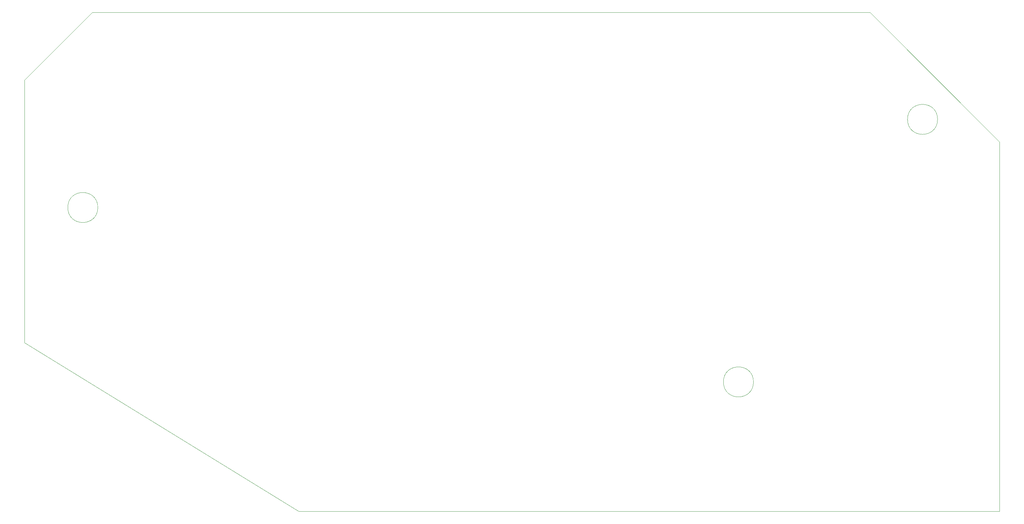
<source format=gbr>
%TF.GenerationSoftware,KiCad,Pcbnew,8.0.8*%
%TF.CreationDate,2025-04-25T11:22:14-07:00*%
%TF.ProjectId,MainBoard_BrooksP5Mini,4d61696e-426f-4617-9264-5f42726f6f6b,rev?*%
%TF.SameCoordinates,Original*%
%TF.FileFunction,Profile,NP*%
%FSLAX46Y46*%
G04 Gerber Fmt 4.6, Leading zero omitted, Abs format (unit mm)*
G04 Created by KiCad (PCBNEW 8.0.8) date 2025-04-25 11:22:14*
%MOMM*%
%LPD*%
G01*
G04 APERTURE LIST*
%TA.AperFunction,Profile*%
%ADD10C,0.100000*%
%TD*%
G04 APERTURE END LIST*
D10*
X39500000Y-69000000D02*
G75*
G02*
X31500000Y-69000000I-4000000J0D01*
G01*
X31500000Y-69000000D02*
G75*
G02*
X39500000Y-69000000I4000000J0D01*
G01*
X20000000Y-35000000D02*
X38000000Y-17000000D01*
X279500000Y-51500000D02*
X279514000Y-150000000D01*
X245000000Y-17000000D02*
X279500000Y-51500000D01*
X20000000Y-105000000D02*
X20000000Y-35000000D01*
X263000000Y-45500000D02*
G75*
G02*
X255000000Y-45500000I-4000000J0D01*
G01*
X255000000Y-45500000D02*
G75*
G02*
X263000000Y-45500000I4000000J0D01*
G01*
X279514000Y-150000000D02*
X93000000Y-150000000D01*
X214000000Y-115500000D02*
G75*
G02*
X206000000Y-115500000I-4000000J0D01*
G01*
X206000000Y-115500000D02*
G75*
G02*
X214000000Y-115500000I4000000J0D01*
G01*
X20000000Y-105000000D02*
X93000000Y-150000000D01*
X38000000Y-17000000D02*
X245000000Y-17000000D01*
M02*

</source>
